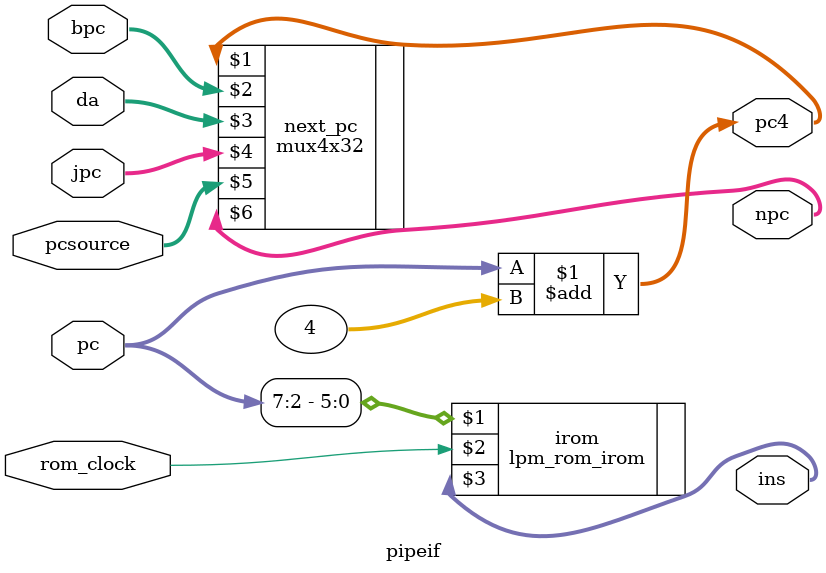
<source format=v>
module pipeif ( pcsource,pc,bpc,da,jpc,npc,pc4,ins,rom_clock ); 

    input [31:0] pc, bpc, da, jpc;
    input rom_clock;
    input [1:0] pcsource;
    output [31:0] ins, pc4, npc;  

    assign pc4 = pc + 32'h4;
    lpm_rom_irom irom (pc[7:2],rom_clock,ins); 
    mux4x32 next_pc (pc4, bpc, da, jpc, pcsource, npc);
endmodule
</source>
